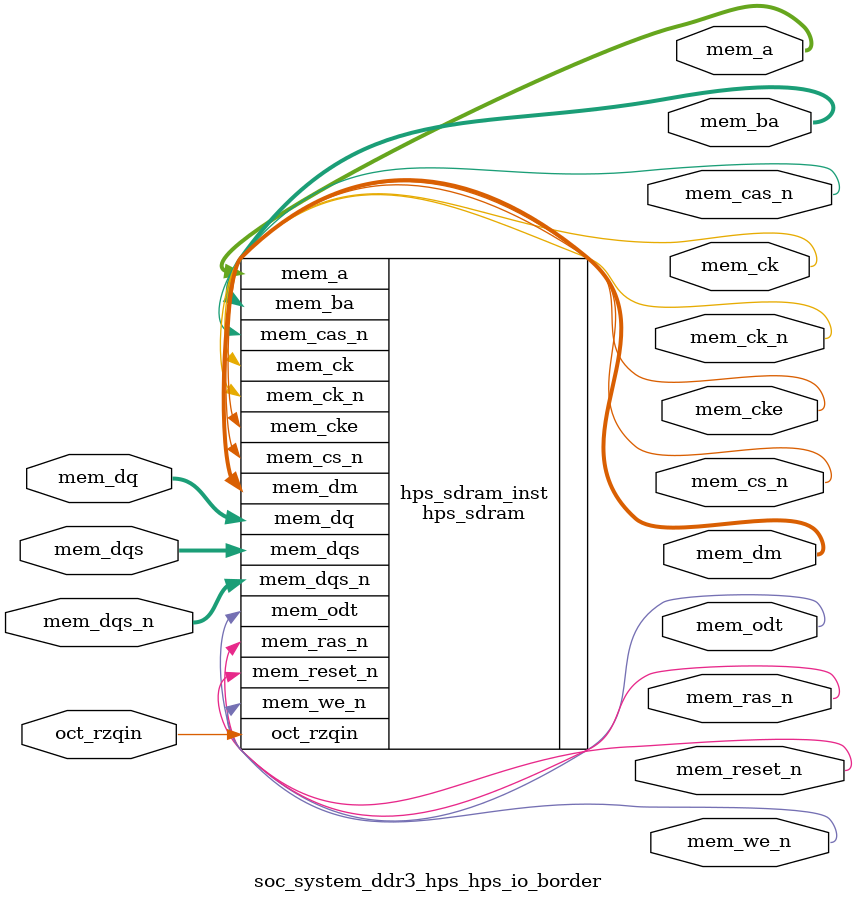
<source format=sv>


module soc_system_ddr3_hps_hps_io_border(
// memory
  output wire [15 - 1 : 0 ] mem_a
 ,output wire [3 - 1 : 0 ] mem_ba
 ,output wire [1 - 1 : 0 ] mem_ck
 ,output wire [1 - 1 : 0 ] mem_ck_n
 ,output wire [1 - 1 : 0 ] mem_cke
 ,output wire [1 - 1 : 0 ] mem_cs_n
 ,output wire [1 - 1 : 0 ] mem_ras_n
 ,output wire [1 - 1 : 0 ] mem_cas_n
 ,output wire [1 - 1 : 0 ] mem_we_n
 ,output wire [1 - 1 : 0 ] mem_reset_n
 ,inout wire [32 - 1 : 0 ] mem_dq
 ,inout wire [4 - 1 : 0 ] mem_dqs
 ,inout wire [4 - 1 : 0 ] mem_dqs_n
 ,output wire [1 - 1 : 0 ] mem_odt
 ,output wire [4 - 1 : 0 ] mem_dm
 ,input wire [1 - 1 : 0 ] oct_rzqin
);


hps_sdram hps_sdram_inst(
 .mem_dq({
    mem_dq[31:0] // 31:0
  })
,.mem_odt({
    mem_odt[0:0] // 0:0
  })
,.mem_ras_n({
    mem_ras_n[0:0] // 0:0
  })
,.mem_dqs_n({
    mem_dqs_n[3:0] // 3:0
  })
,.mem_dqs({
    mem_dqs[3:0] // 3:0
  })
,.mem_dm({
    mem_dm[3:0] // 3:0
  })
,.mem_we_n({
    mem_we_n[0:0] // 0:0
  })
,.mem_cas_n({
    mem_cas_n[0:0] // 0:0
  })
,.mem_ba({
    mem_ba[2:0] // 2:0
  })
,.mem_a({
    mem_a[14:0] // 14:0
  })
,.mem_cs_n({
    mem_cs_n[0:0] // 0:0
  })
,.mem_ck({
    mem_ck[0:0] // 0:0
  })
,.mem_cke({
    mem_cke[0:0] // 0:0
  })
,.oct_rzqin({
    oct_rzqin[0:0] // 0:0
  })
,.mem_reset_n({
    mem_reset_n[0:0] // 0:0
  })
,.mem_ck_n({
    mem_ck_n[0:0] // 0:0
  })
);

endmodule


</source>
